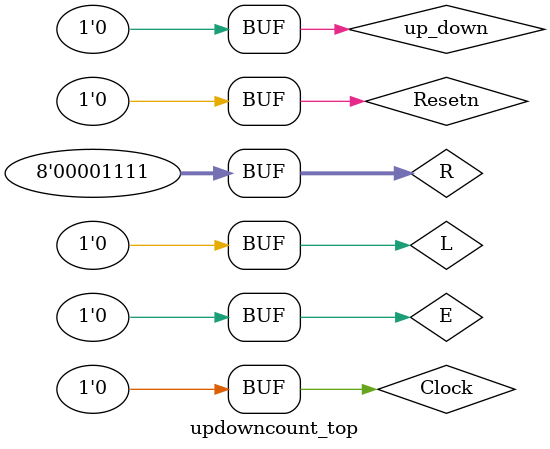
<source format=v>
`timescale 1ns / 1ps

module updowncount_top;
  reg Clock,Resetn,L,E,up_down;
  parameter n = 8;
  reg [n-1:0] R;
  wire [n-1:0] Q;
  // instance Qer design
  updowncount ct_1(R, Resetn, Clock, E, up_down, L, Q);
  //clock generator
  initial begin Clock = 1'b0; repeat(30) #3 Clock= ~Clock;end
  //insert all the input signal
  initial begin Resetn=1'b0;#7 Resetn=1'b1; #35 Resetn=1'b0;end
  initial begin #12 L=1'b1; #5 L=1'b0; end
  initial begin #2 E=1'b1; #30 E=1'b0; end
  initial begin #5 up_down=1'b1;#24 up_down=1'b0;end
  initial begin R=4'b1000; #14 R=4'b1101; #2 R=4'b1111;end

endmodule
</source>
